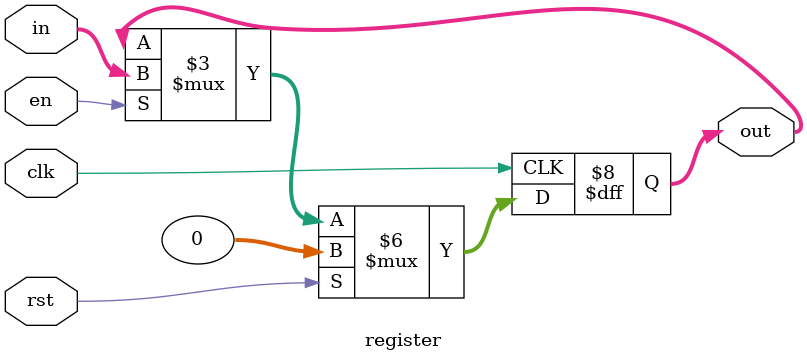
<source format=v>
`timescale 1ns / 1ps


module register(clk,rst,en,in,out);
    parameter WIDTH = 32;
    input clk, rst, en;
    input [WIDTH-1:0] in;
    output reg [WIDTH-1:0] out;
    initial begin
        out = 0;
    end
    
    always @(posedge clk) begin
      if (rst) out <= 0;
      else if (en) out <= in;
    end   
endmodule

</source>
